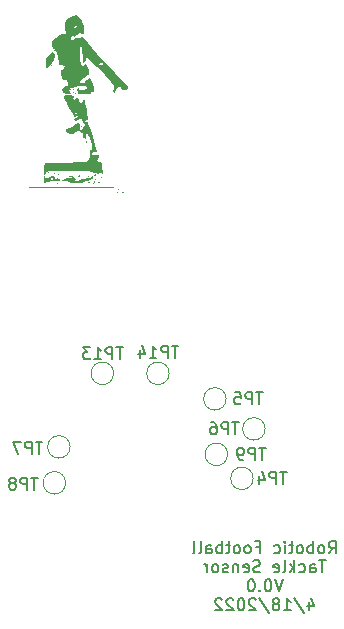
<source format=gbo>
%TF.GenerationSoftware,KiCad,Pcbnew,(6.0.1-0)*%
%TF.CreationDate,2022-04-18T21:10:33-05:00*%
%TF.ProjectId,tackle_sensor_hardware,7461636b-6c65-45f7-9365-6e736f725f68,rev?*%
%TF.SameCoordinates,Original*%
%TF.FileFunction,Legend,Bot*%
%TF.FilePolarity,Positive*%
%FSLAX46Y46*%
G04 Gerber Fmt 4.6, Leading zero omitted, Abs format (unit mm)*
G04 Created by KiCad (PCBNEW (6.0.1-0)) date 2022-04-18 21:10:33*
%MOMM*%
%LPD*%
G01*
G04 APERTURE LIST*
G04 Aperture macros list*
%AMRoundRect*
0 Rectangle with rounded corners*
0 $1 Rounding radius*
0 $2 $3 $4 $5 $6 $7 $8 $9 X,Y pos of 4 corners*
0 Add a 4 corners polygon primitive as box body*
4,1,4,$2,$3,$4,$5,$6,$7,$8,$9,$2,$3,0*
0 Add four circle primitives for the rounded corners*
1,1,$1+$1,$2,$3*
1,1,$1+$1,$4,$5*
1,1,$1+$1,$6,$7*
1,1,$1+$1,$8,$9*
0 Add four rect primitives between the rounded corners*
20,1,$1+$1,$2,$3,$4,$5,0*
20,1,$1+$1,$4,$5,$6,$7,0*
20,1,$1+$1,$6,$7,$8,$9,0*
20,1,$1+$1,$8,$9,$2,$3,0*%
G04 Aperture macros list end*
%ADD10C,0.150000*%
%ADD11C,0.120000*%
%ADD12RoundRect,0.250000X-0.725000X0.600000X-0.725000X-0.600000X0.725000X-0.600000X0.725000X0.600000X0*%
%ADD13O,1.950000X1.700000*%
%ADD14C,3.200000*%
%ADD15RoundRect,0.250000X0.750000X-0.600000X0.750000X0.600000X-0.750000X0.600000X-0.750000X-0.600000X0*%
%ADD16O,2.000000X1.700000*%
%ADD17R,1.000000X1.000000*%
%ADD18O,1.000000X1.000000*%
%ADD19C,1.500000*%
G04 APERTURE END LIST*
D10*
X168902971Y-120262180D02*
X169236304Y-119785990D01*
X169474400Y-120262180D02*
X169474400Y-119262180D01*
X169093447Y-119262180D01*
X168998209Y-119309800D01*
X168950590Y-119357419D01*
X168902971Y-119452657D01*
X168902971Y-119595514D01*
X168950590Y-119690752D01*
X168998209Y-119738371D01*
X169093447Y-119785990D01*
X169474400Y-119785990D01*
X168331542Y-120262180D02*
X168426780Y-120214561D01*
X168474400Y-120166942D01*
X168522019Y-120071704D01*
X168522019Y-119785990D01*
X168474400Y-119690752D01*
X168426780Y-119643133D01*
X168331542Y-119595514D01*
X168188685Y-119595514D01*
X168093447Y-119643133D01*
X168045828Y-119690752D01*
X167998209Y-119785990D01*
X167998209Y-120071704D01*
X168045828Y-120166942D01*
X168093447Y-120214561D01*
X168188685Y-120262180D01*
X168331542Y-120262180D01*
X167569638Y-120262180D02*
X167569638Y-119262180D01*
X167569638Y-119643133D02*
X167474400Y-119595514D01*
X167283923Y-119595514D01*
X167188685Y-119643133D01*
X167141066Y-119690752D01*
X167093447Y-119785990D01*
X167093447Y-120071704D01*
X167141066Y-120166942D01*
X167188685Y-120214561D01*
X167283923Y-120262180D01*
X167474400Y-120262180D01*
X167569638Y-120214561D01*
X166522019Y-120262180D02*
X166617257Y-120214561D01*
X166664876Y-120166942D01*
X166712495Y-120071704D01*
X166712495Y-119785990D01*
X166664876Y-119690752D01*
X166617257Y-119643133D01*
X166522019Y-119595514D01*
X166379161Y-119595514D01*
X166283923Y-119643133D01*
X166236304Y-119690752D01*
X166188685Y-119785990D01*
X166188685Y-120071704D01*
X166236304Y-120166942D01*
X166283923Y-120214561D01*
X166379161Y-120262180D01*
X166522019Y-120262180D01*
X165902971Y-119595514D02*
X165522019Y-119595514D01*
X165760114Y-119262180D02*
X165760114Y-120119323D01*
X165712495Y-120214561D01*
X165617257Y-120262180D01*
X165522019Y-120262180D01*
X165188685Y-120262180D02*
X165188685Y-119595514D01*
X165188685Y-119262180D02*
X165236304Y-119309800D01*
X165188685Y-119357419D01*
X165141066Y-119309800D01*
X165188685Y-119262180D01*
X165188685Y-119357419D01*
X164283923Y-120214561D02*
X164379161Y-120262180D01*
X164569638Y-120262180D01*
X164664876Y-120214561D01*
X164712495Y-120166942D01*
X164760114Y-120071704D01*
X164760114Y-119785990D01*
X164712495Y-119690752D01*
X164664876Y-119643133D01*
X164569638Y-119595514D01*
X164379161Y-119595514D01*
X164283923Y-119643133D01*
X162760114Y-119738371D02*
X163093447Y-119738371D01*
X163093447Y-120262180D02*
X163093447Y-119262180D01*
X162617257Y-119262180D01*
X162093447Y-120262180D02*
X162188685Y-120214561D01*
X162236304Y-120166942D01*
X162283923Y-120071704D01*
X162283923Y-119785990D01*
X162236304Y-119690752D01*
X162188685Y-119643133D01*
X162093447Y-119595514D01*
X161950590Y-119595514D01*
X161855352Y-119643133D01*
X161807733Y-119690752D01*
X161760114Y-119785990D01*
X161760114Y-120071704D01*
X161807733Y-120166942D01*
X161855352Y-120214561D01*
X161950590Y-120262180D01*
X162093447Y-120262180D01*
X161188685Y-120262180D02*
X161283923Y-120214561D01*
X161331542Y-120166942D01*
X161379161Y-120071704D01*
X161379161Y-119785990D01*
X161331542Y-119690752D01*
X161283923Y-119643133D01*
X161188685Y-119595514D01*
X161045828Y-119595514D01*
X160950590Y-119643133D01*
X160902971Y-119690752D01*
X160855352Y-119785990D01*
X160855352Y-120071704D01*
X160902971Y-120166942D01*
X160950590Y-120214561D01*
X161045828Y-120262180D01*
X161188685Y-120262180D01*
X160569638Y-119595514D02*
X160188685Y-119595514D01*
X160426780Y-119262180D02*
X160426780Y-120119323D01*
X160379161Y-120214561D01*
X160283923Y-120262180D01*
X160188685Y-120262180D01*
X159855352Y-120262180D02*
X159855352Y-119262180D01*
X159855352Y-119643133D02*
X159760114Y-119595514D01*
X159569638Y-119595514D01*
X159474400Y-119643133D01*
X159426780Y-119690752D01*
X159379161Y-119785990D01*
X159379161Y-120071704D01*
X159426780Y-120166942D01*
X159474400Y-120214561D01*
X159569638Y-120262180D01*
X159760114Y-120262180D01*
X159855352Y-120214561D01*
X158522019Y-120262180D02*
X158522019Y-119738371D01*
X158569638Y-119643133D01*
X158664876Y-119595514D01*
X158855352Y-119595514D01*
X158950590Y-119643133D01*
X158522019Y-120214561D02*
X158617257Y-120262180D01*
X158855352Y-120262180D01*
X158950590Y-120214561D01*
X158998209Y-120119323D01*
X158998209Y-120024085D01*
X158950590Y-119928847D01*
X158855352Y-119881228D01*
X158617257Y-119881228D01*
X158522019Y-119833609D01*
X157902971Y-120262180D02*
X157998209Y-120214561D01*
X158045828Y-120119323D01*
X158045828Y-119262180D01*
X157379161Y-120262180D02*
X157474400Y-120214561D01*
X157522019Y-120119323D01*
X157522019Y-119262180D01*
X168641066Y-120872180D02*
X168069638Y-120872180D01*
X168355352Y-121872180D02*
X168355352Y-120872180D01*
X167307733Y-121872180D02*
X167307733Y-121348371D01*
X167355352Y-121253133D01*
X167450590Y-121205514D01*
X167641066Y-121205514D01*
X167736304Y-121253133D01*
X167307733Y-121824561D02*
X167402971Y-121872180D01*
X167641066Y-121872180D01*
X167736304Y-121824561D01*
X167783923Y-121729323D01*
X167783923Y-121634085D01*
X167736304Y-121538847D01*
X167641066Y-121491228D01*
X167402971Y-121491228D01*
X167307733Y-121443609D01*
X166402971Y-121824561D02*
X166498209Y-121872180D01*
X166688685Y-121872180D01*
X166783923Y-121824561D01*
X166831542Y-121776942D01*
X166879161Y-121681704D01*
X166879161Y-121395990D01*
X166831542Y-121300752D01*
X166783923Y-121253133D01*
X166688685Y-121205514D01*
X166498209Y-121205514D01*
X166402971Y-121253133D01*
X165974400Y-121872180D02*
X165974400Y-120872180D01*
X165879161Y-121491228D02*
X165593447Y-121872180D01*
X165593447Y-121205514D02*
X165974400Y-121586466D01*
X165022019Y-121872180D02*
X165117257Y-121824561D01*
X165164876Y-121729323D01*
X165164876Y-120872180D01*
X164260114Y-121824561D02*
X164355352Y-121872180D01*
X164545828Y-121872180D01*
X164641066Y-121824561D01*
X164688685Y-121729323D01*
X164688685Y-121348371D01*
X164641066Y-121253133D01*
X164545828Y-121205514D01*
X164355352Y-121205514D01*
X164260114Y-121253133D01*
X164212495Y-121348371D01*
X164212495Y-121443609D01*
X164688685Y-121538847D01*
X163069638Y-121824561D02*
X162926780Y-121872180D01*
X162688685Y-121872180D01*
X162593447Y-121824561D01*
X162545828Y-121776942D01*
X162498209Y-121681704D01*
X162498209Y-121586466D01*
X162545828Y-121491228D01*
X162593447Y-121443609D01*
X162688685Y-121395990D01*
X162879161Y-121348371D01*
X162974400Y-121300752D01*
X163022019Y-121253133D01*
X163069638Y-121157895D01*
X163069638Y-121062657D01*
X163022019Y-120967419D01*
X162974400Y-120919800D01*
X162879161Y-120872180D01*
X162641066Y-120872180D01*
X162498209Y-120919800D01*
X161688685Y-121824561D02*
X161783923Y-121872180D01*
X161974400Y-121872180D01*
X162069638Y-121824561D01*
X162117257Y-121729323D01*
X162117257Y-121348371D01*
X162069638Y-121253133D01*
X161974400Y-121205514D01*
X161783923Y-121205514D01*
X161688685Y-121253133D01*
X161641066Y-121348371D01*
X161641066Y-121443609D01*
X162117257Y-121538847D01*
X161212495Y-121205514D02*
X161212495Y-121872180D01*
X161212495Y-121300752D02*
X161164876Y-121253133D01*
X161069638Y-121205514D01*
X160926780Y-121205514D01*
X160831542Y-121253133D01*
X160783923Y-121348371D01*
X160783923Y-121872180D01*
X160355352Y-121824561D02*
X160260114Y-121872180D01*
X160069638Y-121872180D01*
X159974400Y-121824561D01*
X159926780Y-121729323D01*
X159926780Y-121681704D01*
X159974400Y-121586466D01*
X160069638Y-121538847D01*
X160212495Y-121538847D01*
X160307733Y-121491228D01*
X160355352Y-121395990D01*
X160355352Y-121348371D01*
X160307733Y-121253133D01*
X160212495Y-121205514D01*
X160069638Y-121205514D01*
X159974400Y-121253133D01*
X159355352Y-121872180D02*
X159450590Y-121824561D01*
X159498209Y-121776942D01*
X159545828Y-121681704D01*
X159545828Y-121395990D01*
X159498209Y-121300752D01*
X159450590Y-121253133D01*
X159355352Y-121205514D01*
X159212495Y-121205514D01*
X159117257Y-121253133D01*
X159069638Y-121300752D01*
X159022019Y-121395990D01*
X159022019Y-121681704D01*
X159069638Y-121776942D01*
X159117257Y-121824561D01*
X159212495Y-121872180D01*
X159355352Y-121872180D01*
X158593447Y-121872180D02*
X158593447Y-121205514D01*
X158593447Y-121395990D02*
X158545828Y-121300752D01*
X158498209Y-121253133D01*
X158402971Y-121205514D01*
X158307733Y-121205514D01*
X164998209Y-122482180D02*
X164664876Y-123482180D01*
X164331542Y-122482180D01*
X163807733Y-122482180D02*
X163712495Y-122482180D01*
X163617257Y-122529800D01*
X163569638Y-122577419D01*
X163522019Y-122672657D01*
X163474400Y-122863133D01*
X163474400Y-123101228D01*
X163522019Y-123291704D01*
X163569638Y-123386942D01*
X163617257Y-123434561D01*
X163712495Y-123482180D01*
X163807733Y-123482180D01*
X163902971Y-123434561D01*
X163950590Y-123386942D01*
X163998209Y-123291704D01*
X164045828Y-123101228D01*
X164045828Y-122863133D01*
X163998209Y-122672657D01*
X163950590Y-122577419D01*
X163902971Y-122529800D01*
X163807733Y-122482180D01*
X163045828Y-123386942D02*
X162998209Y-123434561D01*
X163045828Y-123482180D01*
X163093447Y-123434561D01*
X163045828Y-123386942D01*
X163045828Y-123482180D01*
X162379161Y-122482180D02*
X162283923Y-122482180D01*
X162188685Y-122529800D01*
X162141066Y-122577419D01*
X162093447Y-122672657D01*
X162045828Y-122863133D01*
X162045828Y-123101228D01*
X162093447Y-123291704D01*
X162141066Y-123386942D01*
X162188685Y-123434561D01*
X162283923Y-123482180D01*
X162379161Y-123482180D01*
X162474400Y-123434561D01*
X162522019Y-123386942D01*
X162569638Y-123291704D01*
X162617257Y-123101228D01*
X162617257Y-122863133D01*
X162569638Y-122672657D01*
X162522019Y-122577419D01*
X162474400Y-122529800D01*
X162379161Y-122482180D01*
X167188685Y-124425514D02*
X167188685Y-125092180D01*
X167426780Y-124044561D02*
X167664876Y-124758847D01*
X167045828Y-124758847D01*
X165950590Y-124044561D02*
X166807733Y-125330276D01*
X165093447Y-125092180D02*
X165664876Y-125092180D01*
X165379161Y-125092180D02*
X165379161Y-124092180D01*
X165474400Y-124235038D01*
X165569638Y-124330276D01*
X165664876Y-124377895D01*
X164522019Y-124520752D02*
X164617257Y-124473133D01*
X164664876Y-124425514D01*
X164712495Y-124330276D01*
X164712495Y-124282657D01*
X164664876Y-124187419D01*
X164617257Y-124139800D01*
X164522019Y-124092180D01*
X164331542Y-124092180D01*
X164236304Y-124139800D01*
X164188685Y-124187419D01*
X164141066Y-124282657D01*
X164141066Y-124330276D01*
X164188685Y-124425514D01*
X164236304Y-124473133D01*
X164331542Y-124520752D01*
X164522019Y-124520752D01*
X164617257Y-124568371D01*
X164664876Y-124615990D01*
X164712495Y-124711228D01*
X164712495Y-124901704D01*
X164664876Y-124996942D01*
X164617257Y-125044561D01*
X164522019Y-125092180D01*
X164331542Y-125092180D01*
X164236304Y-125044561D01*
X164188685Y-124996942D01*
X164141066Y-124901704D01*
X164141066Y-124711228D01*
X164188685Y-124615990D01*
X164236304Y-124568371D01*
X164331542Y-124520752D01*
X162998209Y-124044561D02*
X163855352Y-125330276D01*
X162712495Y-124187419D02*
X162664876Y-124139800D01*
X162569638Y-124092180D01*
X162331542Y-124092180D01*
X162236304Y-124139800D01*
X162188685Y-124187419D01*
X162141066Y-124282657D01*
X162141066Y-124377895D01*
X162188685Y-124520752D01*
X162760114Y-125092180D01*
X162141066Y-125092180D01*
X161522019Y-124092180D02*
X161426780Y-124092180D01*
X161331542Y-124139800D01*
X161283923Y-124187419D01*
X161236304Y-124282657D01*
X161188685Y-124473133D01*
X161188685Y-124711228D01*
X161236304Y-124901704D01*
X161283923Y-124996942D01*
X161331542Y-125044561D01*
X161426780Y-125092180D01*
X161522019Y-125092180D01*
X161617257Y-125044561D01*
X161664876Y-124996942D01*
X161712495Y-124901704D01*
X161760114Y-124711228D01*
X161760114Y-124473133D01*
X161712495Y-124282657D01*
X161664876Y-124187419D01*
X161617257Y-124139800D01*
X161522019Y-124092180D01*
X160807733Y-124187419D02*
X160760114Y-124139800D01*
X160664876Y-124092180D01*
X160426780Y-124092180D01*
X160331542Y-124139800D01*
X160283923Y-124187419D01*
X160236304Y-124282657D01*
X160236304Y-124377895D01*
X160283923Y-124520752D01*
X160855352Y-125092180D01*
X160236304Y-125092180D01*
X159855352Y-124187419D02*
X159807733Y-124139800D01*
X159712495Y-124092180D01*
X159474400Y-124092180D01*
X159379161Y-124139800D01*
X159331542Y-124187419D01*
X159283923Y-124282657D01*
X159283923Y-124377895D01*
X159331542Y-124520752D01*
X159902971Y-125092180D01*
X159283923Y-125092180D01*
%TO.C,TP7*%
X144644904Y-110831380D02*
X144073476Y-110831380D01*
X144359190Y-111831380D02*
X144359190Y-110831380D01*
X143740142Y-111831380D02*
X143740142Y-110831380D01*
X143359190Y-110831380D01*
X143263952Y-110879000D01*
X143216333Y-110926619D01*
X143168714Y-111021857D01*
X143168714Y-111164714D01*
X143216333Y-111259952D01*
X143263952Y-111307571D01*
X143359190Y-111355190D01*
X143740142Y-111355190D01*
X142835380Y-110831380D02*
X142168714Y-110831380D01*
X142597285Y-111831380D01*
%TO.C,TP5*%
X163313904Y-106640380D02*
X162742476Y-106640380D01*
X163028190Y-107640380D02*
X163028190Y-106640380D01*
X162409142Y-107640380D02*
X162409142Y-106640380D01*
X162028190Y-106640380D01*
X161932952Y-106688000D01*
X161885333Y-106735619D01*
X161837714Y-106830857D01*
X161837714Y-106973714D01*
X161885333Y-107068952D01*
X161932952Y-107116571D01*
X162028190Y-107164190D01*
X162409142Y-107164190D01*
X160932952Y-106640380D02*
X161409142Y-106640380D01*
X161456761Y-107116571D01*
X161409142Y-107068952D01*
X161313904Y-107021333D01*
X161075809Y-107021333D01*
X160980571Y-107068952D01*
X160932952Y-107116571D01*
X160885333Y-107211809D01*
X160885333Y-107449904D01*
X160932952Y-107545142D01*
X160980571Y-107592761D01*
X161075809Y-107640380D01*
X161313904Y-107640380D01*
X161409142Y-107592761D01*
X161456761Y-107545142D01*
%TO.C,TP13*%
X151471095Y-102833380D02*
X150899666Y-102833380D01*
X151185380Y-103833380D02*
X151185380Y-102833380D01*
X150566333Y-103833380D02*
X150566333Y-102833380D01*
X150185380Y-102833380D01*
X150090142Y-102881000D01*
X150042523Y-102928619D01*
X149994904Y-103023857D01*
X149994904Y-103166714D01*
X150042523Y-103261952D01*
X150090142Y-103309571D01*
X150185380Y-103357190D01*
X150566333Y-103357190D01*
X149042523Y-103833380D02*
X149613952Y-103833380D01*
X149328238Y-103833380D02*
X149328238Y-102833380D01*
X149423476Y-102976238D01*
X149518714Y-103071476D01*
X149613952Y-103119095D01*
X148709190Y-102833380D02*
X148090142Y-102833380D01*
X148423476Y-103214333D01*
X148280619Y-103214333D01*
X148185380Y-103261952D01*
X148137761Y-103309571D01*
X148090142Y-103404809D01*
X148090142Y-103642904D01*
X148137761Y-103738142D01*
X148185380Y-103785761D01*
X148280619Y-103833380D01*
X148566333Y-103833380D01*
X148661571Y-103785761D01*
X148709190Y-103738142D01*
%TO.C,TP8*%
X144263904Y-113879380D02*
X143692476Y-113879380D01*
X143978190Y-114879380D02*
X143978190Y-113879380D01*
X143359142Y-114879380D02*
X143359142Y-113879380D01*
X142978190Y-113879380D01*
X142882952Y-113927000D01*
X142835333Y-113974619D01*
X142787714Y-114069857D01*
X142787714Y-114212714D01*
X142835333Y-114307952D01*
X142882952Y-114355571D01*
X142978190Y-114403190D01*
X143359142Y-114403190D01*
X142216285Y-114307952D02*
X142311523Y-114260333D01*
X142359142Y-114212714D01*
X142406761Y-114117476D01*
X142406761Y-114069857D01*
X142359142Y-113974619D01*
X142311523Y-113927000D01*
X142216285Y-113879380D01*
X142025809Y-113879380D01*
X141930571Y-113927000D01*
X141882952Y-113974619D01*
X141835333Y-114069857D01*
X141835333Y-114117476D01*
X141882952Y-114212714D01*
X141930571Y-114260333D01*
X142025809Y-114307952D01*
X142216285Y-114307952D01*
X142311523Y-114355571D01*
X142359142Y-114403190D01*
X142406761Y-114498428D01*
X142406761Y-114688904D01*
X142359142Y-114784142D01*
X142311523Y-114831761D01*
X142216285Y-114879380D01*
X142025809Y-114879380D01*
X141930571Y-114831761D01*
X141882952Y-114784142D01*
X141835333Y-114688904D01*
X141835333Y-114498428D01*
X141882952Y-114403190D01*
X141930571Y-114355571D01*
X142025809Y-114307952D01*
%TO.C,TP6*%
X161281904Y-109180380D02*
X160710476Y-109180380D01*
X160996190Y-110180380D02*
X160996190Y-109180380D01*
X160377142Y-110180380D02*
X160377142Y-109180380D01*
X159996190Y-109180380D01*
X159900952Y-109228000D01*
X159853333Y-109275619D01*
X159805714Y-109370857D01*
X159805714Y-109513714D01*
X159853333Y-109608952D01*
X159900952Y-109656571D01*
X159996190Y-109704190D01*
X160377142Y-109704190D01*
X158948571Y-109180380D02*
X159139047Y-109180380D01*
X159234285Y-109228000D01*
X159281904Y-109275619D01*
X159377142Y-109418476D01*
X159424761Y-109608952D01*
X159424761Y-109989904D01*
X159377142Y-110085142D01*
X159329523Y-110132761D01*
X159234285Y-110180380D01*
X159043809Y-110180380D01*
X158948571Y-110132761D01*
X158900952Y-110085142D01*
X158853333Y-109989904D01*
X158853333Y-109751809D01*
X158900952Y-109656571D01*
X158948571Y-109608952D01*
X159043809Y-109561333D01*
X159234285Y-109561333D01*
X159329523Y-109608952D01*
X159377142Y-109656571D01*
X159424761Y-109751809D01*
%TO.C,TP14*%
X156170095Y-102703380D02*
X155598666Y-102703380D01*
X155884380Y-103703380D02*
X155884380Y-102703380D01*
X155265333Y-103703380D02*
X155265333Y-102703380D01*
X154884380Y-102703380D01*
X154789142Y-102751000D01*
X154741523Y-102798619D01*
X154693904Y-102893857D01*
X154693904Y-103036714D01*
X154741523Y-103131952D01*
X154789142Y-103179571D01*
X154884380Y-103227190D01*
X155265333Y-103227190D01*
X153741523Y-103703380D02*
X154312952Y-103703380D01*
X154027238Y-103703380D02*
X154027238Y-102703380D01*
X154122476Y-102846238D01*
X154217714Y-102941476D01*
X154312952Y-102989095D01*
X152884380Y-103036714D02*
X152884380Y-103703380D01*
X153122476Y-102655761D02*
X153360571Y-103370047D01*
X152741523Y-103370047D01*
%TO.C,TP4*%
X165345904Y-113371380D02*
X164774476Y-113371380D01*
X165060190Y-114371380D02*
X165060190Y-113371380D01*
X164441142Y-114371380D02*
X164441142Y-113371380D01*
X164060190Y-113371380D01*
X163964952Y-113419000D01*
X163917333Y-113466619D01*
X163869714Y-113561857D01*
X163869714Y-113704714D01*
X163917333Y-113799952D01*
X163964952Y-113847571D01*
X164060190Y-113895190D01*
X164441142Y-113895190D01*
X163012571Y-113704714D02*
X163012571Y-114371380D01*
X163250666Y-113323761D02*
X163488761Y-114038047D01*
X162869714Y-114038047D01*
%TO.C,TP9*%
X163567904Y-111339380D02*
X162996476Y-111339380D01*
X163282190Y-112339380D02*
X163282190Y-111339380D01*
X162663142Y-112339380D02*
X162663142Y-111339380D01*
X162282190Y-111339380D01*
X162186952Y-111387000D01*
X162139333Y-111434619D01*
X162091714Y-111529857D01*
X162091714Y-111672714D01*
X162139333Y-111767952D01*
X162186952Y-111815571D01*
X162282190Y-111863190D01*
X162663142Y-111863190D01*
X161615523Y-112339380D02*
X161425047Y-112339380D01*
X161329809Y-112291761D01*
X161282190Y-112244142D01*
X161186952Y-112101285D01*
X161139333Y-111910809D01*
X161139333Y-111529857D01*
X161186952Y-111434619D01*
X161234571Y-111387000D01*
X161329809Y-111339380D01*
X161520285Y-111339380D01*
X161615523Y-111387000D01*
X161663142Y-111434619D01*
X161710761Y-111529857D01*
X161710761Y-111767952D01*
X161663142Y-111863190D01*
X161615523Y-111910809D01*
X161520285Y-111958428D01*
X161329809Y-111958428D01*
X161234571Y-111910809D01*
X161186952Y-111863190D01*
X161139333Y-111767952D01*
%TO.C,G\u002A\u002A\u002A*%
G36*
X151552240Y-89659693D02*
G01*
X151558337Y-89694267D01*
X151473424Y-89731630D01*
X151442139Y-89731126D01*
X151355026Y-89705967D01*
X151428965Y-89636468D01*
X151454068Y-89625350D01*
X151552240Y-89659693D01*
G37*
G36*
X151096148Y-89717519D02*
G01*
X151053815Y-89759852D01*
X151011482Y-89717519D01*
X151053815Y-89675185D01*
X151096148Y-89717519D01*
G37*
G36*
X151058708Y-89340328D02*
G01*
X151138482Y-89421185D01*
X151154252Y-89451162D01*
X151148475Y-89505852D01*
X151133589Y-89502042D01*
X151053815Y-89421185D01*
X151038045Y-89391209D01*
X151043822Y-89336519D01*
X151058708Y-89340328D01*
G37*
G36*
X147759126Y-89252746D02*
G01*
X148498945Y-89256173D01*
X149169361Y-89261907D01*
X149753721Y-89269665D01*
X150235368Y-89279169D01*
X150597649Y-89290138D01*
X150823907Y-89302293D01*
X150897489Y-89315352D01*
X150844781Y-89325294D01*
X150638890Y-89337785D01*
X150293788Y-89349139D01*
X149826684Y-89359072D01*
X149254789Y-89367296D01*
X148595313Y-89373525D01*
X147865468Y-89377472D01*
X147082463Y-89378852D01*
X146485044Y-89378052D01*
X145743670Y-89374705D01*
X145069786Y-89369011D01*
X144480364Y-89361258D01*
X143992380Y-89351730D01*
X143622806Y-89340712D01*
X143388617Y-89328491D01*
X143306786Y-89315352D01*
X143359453Y-89304837D01*
X143564523Y-89292466D01*
X143908541Y-89281228D01*
X144374620Y-89271402D01*
X144945873Y-89263270D01*
X145605414Y-89257114D01*
X146336355Y-89253214D01*
X147121812Y-89251852D01*
X147759126Y-89252746D01*
G37*
G36*
X149074410Y-88735769D02*
G01*
X149109050Y-88778287D01*
X149111041Y-88905808D01*
X149087890Y-88935464D01*
X148964118Y-88997852D01*
X148920914Y-88981199D01*
X148968380Y-88884228D01*
X149011025Y-88817685D01*
X149021786Y-88714189D01*
X149013823Y-88696619D01*
X149074410Y-88735769D01*
G37*
G36*
X148740895Y-88894731D02*
G01*
X148743133Y-88897012D01*
X148738959Y-88943319D01*
X148583735Y-88928044D01*
X148514061Y-88912629D01*
X148429235Y-88876937D01*
X148501642Y-88845951D01*
X148596453Y-88840768D01*
X148740895Y-88894731D01*
G37*
G36*
X147956051Y-88932074D02*
G01*
X147944928Y-88933864D01*
X147692448Y-88949606D01*
X147393744Y-88935976D01*
X147102698Y-88899593D01*
X146873195Y-88847076D01*
X146761214Y-88786185D01*
X147032148Y-88786185D01*
X147074482Y-88828519D01*
X147116815Y-88786185D01*
X147074482Y-88743852D01*
X147032148Y-88786185D01*
X146761214Y-88786185D01*
X146759117Y-88785045D01*
X146666909Y-88727018D01*
X146471367Y-88725127D01*
X146461127Y-88727047D01*
X146311575Y-88734104D01*
X146305749Y-88670080D01*
X146338166Y-88633657D01*
X146445332Y-88620468D01*
X146473122Y-88631855D01*
X146524148Y-88579515D01*
X146536845Y-88555646D01*
X146664137Y-88505373D01*
X146883982Y-88481412D01*
X146930474Y-88480222D01*
X147110659Y-88469623D01*
X147139443Y-88447239D01*
X147032148Y-88405185D01*
X146895367Y-88358494D01*
X146899503Y-88337661D01*
X147065148Y-88328958D01*
X147253571Y-88354435D01*
X147411075Y-88450785D01*
X147464403Y-88583841D01*
X147383087Y-88716466D01*
X147323930Y-88773640D01*
X147382428Y-88779200D01*
X147582482Y-88731400D01*
X147654548Y-88711595D01*
X147873139Y-88644092D01*
X147999649Y-88593522D01*
X148020248Y-88584205D01*
X148181337Y-88548032D01*
X148416208Y-88520793D01*
X148482361Y-88513974D01*
X148699625Y-88463030D01*
X148819938Y-88389345D01*
X148857773Y-88346687D01*
X148946137Y-88343618D01*
X148956954Y-88358137D01*
X148939102Y-88467514D01*
X148828921Y-88594306D01*
X148677722Y-88692045D01*
X148536822Y-88714266D01*
X148442740Y-88709636D01*
X148272062Y-88786033D01*
X148271840Y-88786185D01*
X148163638Y-88860121D01*
X147956051Y-88932074D01*
G37*
G36*
X146016148Y-88955519D02*
G01*
X145973815Y-88997852D01*
X145931482Y-88955519D01*
X145973815Y-88913185D01*
X146016148Y-88955519D01*
G37*
G36*
X148019576Y-82393865D02*
G01*
X148019910Y-82299469D01*
X148026424Y-82126316D01*
X148100187Y-81929231D01*
X148122359Y-81898828D01*
X148167162Y-81847587D01*
X148203262Y-81849610D01*
X148238539Y-81927549D01*
X148280876Y-82104058D01*
X148338155Y-82401788D01*
X148396228Y-82721948D01*
X148418256Y-82843392D01*
X148457176Y-83063418D01*
X148493350Y-83313085D01*
X148493551Y-83460186D01*
X148455668Y-83544197D01*
X148377595Y-83604592D01*
X148374225Y-83606705D01*
X148238437Y-83719960D01*
X148243079Y-83783541D01*
X148386815Y-83773051D01*
X148395560Y-83770828D01*
X148522425Y-83778325D01*
X148556148Y-83914025D01*
X148576689Y-84038127D01*
X148675566Y-84218698D01*
X148688414Y-84234193D01*
X148766691Y-84397936D01*
X148855531Y-84668426D01*
X148938095Y-84995817D01*
X148944739Y-85026142D01*
X149031095Y-85392572D01*
X149120939Y-85733475D01*
X149195848Y-85978607D01*
X149210567Y-86020642D01*
X149265800Y-86202100D01*
X149255306Y-86267487D01*
X149176587Y-86252313D01*
X149037663Y-86250416D01*
X148880919Y-86335317D01*
X148810148Y-86467700D01*
X148812375Y-86476561D01*
X148907410Y-86510326D01*
X149099265Y-86504465D01*
X149278976Y-86508117D01*
X149431969Y-86583474D01*
X149469464Y-86707378D01*
X149365090Y-86845952D01*
X149246625Y-86980466D01*
X149272150Y-87090844D01*
X149443535Y-87135185D01*
X149602197Y-87171418D01*
X149694910Y-87325685D01*
X149709366Y-87399618D01*
X149739743Y-87633641D01*
X149752070Y-87859671D01*
X149746835Y-88037562D01*
X149724527Y-88127174D01*
X149685634Y-88088362D01*
X149624901Y-88028101D01*
X149479396Y-88070846D01*
X149341161Y-88112757D01*
X149265501Y-88027836D01*
X149231271Y-87964839D01*
X149134760Y-87897185D01*
X149108017Y-87903608D01*
X149106482Y-87981852D01*
X149113263Y-88026694D01*
X149021815Y-88066519D01*
X148957254Y-88053581D01*
X148937148Y-87981852D01*
X148937928Y-87980288D01*
X148866235Y-87950705D01*
X148628404Y-87927478D01*
X148227375Y-87910732D01*
X147666087Y-87900593D01*
X146947482Y-87897185D01*
X146909769Y-87897193D01*
X146198582Y-87900924D01*
X145644853Y-87911380D01*
X145251522Y-87928437D01*
X145021529Y-87951969D01*
X144957815Y-87981852D01*
X144971045Y-88014649D01*
X144920479Y-88066519D01*
X144861495Y-88119098D01*
X144830815Y-88278185D01*
X144833364Y-88335963D01*
X144888706Y-88462205D01*
X145031698Y-88470131D01*
X145282603Y-88363570D01*
X145402897Y-88306108D01*
X145534985Y-88285274D01*
X145642436Y-88358044D01*
X145707082Y-88439848D01*
X145719834Y-88472919D01*
X145764841Y-88589638D01*
X145790211Y-88637882D01*
X145880695Y-88552413D01*
X145918762Y-88504438D01*
X146005756Y-88450077D01*
X146101734Y-88533292D01*
X146143091Y-88588609D01*
X146166446Y-88677842D01*
X146082909Y-88733138D01*
X145871734Y-88763041D01*
X145512175Y-88776094D01*
X145490297Y-88776494D01*
X145148644Y-88795240D01*
X144945838Y-88838860D01*
X144853874Y-88913185D01*
X144826401Y-88930699D01*
X144795407Y-88836701D01*
X144781852Y-88712226D01*
X145363633Y-88712226D01*
X145370403Y-88716417D01*
X145450809Y-88678488D01*
X145546524Y-88574790D01*
X145592815Y-88472919D01*
X145558784Y-88407300D01*
X145469924Y-88431977D01*
X145388214Y-88544303D01*
X145364779Y-88620455D01*
X145363633Y-88712226D01*
X144781852Y-88712226D01*
X144773992Y-88640046D01*
X144763451Y-88379434D01*
X144765077Y-88093565D01*
X144780164Y-87821138D01*
X144810006Y-87600852D01*
X144880331Y-87262185D01*
X146485406Y-87209723D01*
X146995170Y-87192878D01*
X147470183Y-87176827D01*
X147869226Y-87162982D01*
X148161207Y-87152421D01*
X148315033Y-87146223D01*
X148438188Y-87114326D01*
X148460813Y-87091150D01*
X149082238Y-87091150D01*
X149092371Y-87191630D01*
X149117837Y-87204875D01*
X149148815Y-87135185D01*
X149142705Y-87090363D01*
X149092371Y-87078741D01*
X149082238Y-87091150D01*
X148460813Y-87091150D01*
X148597673Y-86950956D01*
X148677442Y-86676090D01*
X148664903Y-86319487D01*
X148650727Y-86218785D01*
X148653530Y-86076035D01*
X148712866Y-86069055D01*
X148772300Y-86081810D01*
X148862188Y-85997422D01*
X148866167Y-85984047D01*
X148864362Y-85830762D01*
X148822883Y-85601998D01*
X148755835Y-85346150D01*
X148677323Y-85111613D01*
X148601455Y-84946783D01*
X148542335Y-84900056D01*
X148513440Y-84904185D01*
X148520557Y-84819813D01*
X148532036Y-84756500D01*
X148477254Y-84641086D01*
X148456543Y-84634301D01*
X148402792Y-84714603D01*
X148380864Y-84950022D01*
X148371988Y-85145451D01*
X148347640Y-85215626D01*
X148302148Y-85145519D01*
X148253602Y-85056897D01*
X148220858Y-85060852D01*
X148200561Y-85084450D01*
X148132780Y-85009408D01*
X148094202Y-84900835D01*
X148088596Y-84689646D01*
X148092910Y-84582518D01*
X148042342Y-84556441D01*
X148014375Y-84584391D01*
X148011781Y-84706869D01*
X148016367Y-84716575D01*
X147994508Y-84713271D01*
X147896309Y-84602225D01*
X147729775Y-84397599D01*
X147496544Y-84581059D01*
X147494876Y-84582369D01*
X147270134Y-84727213D01*
X147073223Y-84751810D01*
X146824466Y-84666262D01*
X146732263Y-84618011D01*
X146622139Y-84498839D01*
X146681012Y-84381384D01*
X146908643Y-84266783D01*
X146940614Y-84254531D01*
X147164084Y-84132932D01*
X147310009Y-83995775D01*
X147418276Y-83894281D01*
X147646795Y-83833185D01*
X147746194Y-83837256D01*
X147844414Y-83886078D01*
X147837252Y-84023685D01*
X147822512Y-84144497D01*
X147857293Y-84317290D01*
X147946123Y-84403457D01*
X148061556Y-84361644D01*
X148108836Y-84303312D01*
X148101368Y-84256519D01*
X148091780Y-84223965D01*
X148173116Y-84119455D01*
X148221575Y-84068387D01*
X148265195Y-83963149D01*
X148179164Y-83837622D01*
X148100470Y-83730651D01*
X148048148Y-83593685D01*
X147986818Y-83508711D01*
X147828627Y-83510268D01*
X147621083Y-83600352D01*
X147589846Y-83619105D01*
X147459236Y-83660576D01*
X147370567Y-83579185D01*
X147361803Y-83564530D01*
X147353638Y-83466212D01*
X147491542Y-83409852D01*
X147692265Y-83367519D01*
X147523397Y-82917051D01*
X147446826Y-82725621D01*
X147367450Y-82559422D01*
X147716766Y-82559422D01*
X147783642Y-82670430D01*
X147794793Y-82681369D01*
X147856816Y-82721948D01*
X147831038Y-82623034D01*
X147788815Y-82544020D01*
X147725833Y-82518611D01*
X147716766Y-82559422D01*
X147367450Y-82559422D01*
X147364906Y-82554095D01*
X147319227Y-82501884D01*
X147314740Y-82515354D01*
X147338801Y-82641125D01*
X147412037Y-82843799D01*
X147454743Y-82949062D01*
X147527437Y-83176253D01*
X147517954Y-83292511D01*
X147427151Y-83325185D01*
X147354452Y-83269571D01*
X147223555Y-83093735D01*
X147060655Y-82833813D01*
X146886014Y-82527039D01*
X146719892Y-82210643D01*
X146706358Y-82182185D01*
X147201482Y-82182185D01*
X147243815Y-82224519D01*
X147286148Y-82182185D01*
X147243815Y-82139852D01*
X147201482Y-82182185D01*
X146706358Y-82182185D01*
X146585562Y-81928185D01*
X146778148Y-81928185D01*
X146820482Y-81970519D01*
X146862815Y-81928185D01*
X146820482Y-81885852D01*
X146778148Y-81928185D01*
X146585562Y-81928185D01*
X146582553Y-81921858D01*
X146548854Y-81836388D01*
X146993926Y-81836388D01*
X146999843Y-81923788D01*
X147001795Y-81928185D01*
X147027172Y-81985333D01*
X147089607Y-82052443D01*
X147116815Y-81975515D01*
X147113806Y-81952519D01*
X147033118Y-81844118D01*
X146993926Y-81836388D01*
X146548854Y-81836388D01*
X146494258Y-81697916D01*
X146475268Y-81576050D01*
X146486959Y-81555923D01*
X146638071Y-81486410D01*
X146937333Y-81462519D01*
X147117196Y-81468216D01*
X147295859Y-81510962D01*
X147335645Y-81610801D01*
X147254123Y-81785651D01*
X147218569Y-81857748D01*
X147229707Y-81945215D01*
X147323145Y-81936076D01*
X147334282Y-81926483D01*
X147558238Y-81926483D01*
X147563183Y-81975515D01*
X147568371Y-82026963D01*
X147593837Y-82040209D01*
X147624815Y-81970519D01*
X147618705Y-81925696D01*
X147568371Y-81914074D01*
X147558238Y-81926483D01*
X147334282Y-81926483D01*
X147455175Y-81822352D01*
X147585343Y-81683857D01*
X147678025Y-81631311D01*
X147692532Y-81695352D01*
X147698243Y-81740983D01*
X147757654Y-81908489D01*
X147785638Y-81970519D01*
X147862030Y-82139852D01*
X147868018Y-82152063D01*
X147883985Y-82182185D01*
X147971531Y-82347344D01*
X148019576Y-82393865D01*
G37*
G36*
X149453733Y-88747748D02*
G01*
X149529815Y-88828519D01*
X149543045Y-88861315D01*
X149492479Y-88913185D01*
X149467903Y-88909932D01*
X149402815Y-88828519D01*
X149403786Y-88809358D01*
X149440152Y-88743852D01*
X149453733Y-88747748D01*
G37*
G36*
X149233482Y-88616852D02*
G01*
X149191148Y-88659185D01*
X149148815Y-88616852D01*
X149191148Y-88574519D01*
X149233482Y-88616852D01*
G37*
G36*
X149741482Y-88447519D02*
G01*
X149699148Y-88489852D01*
X149656815Y-88447519D01*
X149699148Y-88405185D01*
X149741482Y-88447519D01*
G37*
G36*
X148640815Y-88362852D02*
G01*
X148598482Y-88405185D01*
X148556148Y-88362852D01*
X148598482Y-88320519D01*
X148640815Y-88362852D01*
G37*
G36*
X147814386Y-88238312D02*
G01*
X147878815Y-88320519D01*
X147876355Y-88340756D01*
X147794148Y-88405185D01*
X147773911Y-88402725D01*
X147709482Y-88320519D01*
X147711942Y-88300281D01*
X147794148Y-88235852D01*
X147814386Y-88238312D01*
G37*
G36*
X149169053Y-88153645D02*
G01*
X149233482Y-88235852D01*
X149231022Y-88256089D01*
X149148815Y-88320519D01*
X149128578Y-88318058D01*
X149064148Y-88235852D01*
X149066609Y-88215614D01*
X149148815Y-88151185D01*
X149169053Y-88153645D01*
G37*
G36*
X146100815Y-88193519D02*
G01*
X146058482Y-88235852D01*
X146016148Y-88193519D01*
X146058482Y-88151185D01*
X146100815Y-88193519D01*
G37*
G36*
X145803882Y-88067488D02*
G01*
X145787295Y-88089693D01*
X145672485Y-88151185D01*
X145625003Y-88146715D01*
X145605039Y-88102536D01*
X145724213Y-88034213D01*
X145790255Y-88019376D01*
X145803882Y-88067488D01*
G37*
G36*
X145254148Y-88024185D02*
G01*
X145211815Y-88066519D01*
X145169482Y-88024185D01*
X145211815Y-87981852D01*
X145254148Y-88024185D01*
G37*
G36*
X148406394Y-85360439D02*
G01*
X148471482Y-85441852D01*
X148470511Y-85461013D01*
X148434145Y-85526519D01*
X148420564Y-85522622D01*
X148344482Y-85441852D01*
X148331252Y-85409055D01*
X148381818Y-85357185D01*
X148406394Y-85360439D01*
G37*
G36*
X148640815Y-85187852D02*
G01*
X148634705Y-85232674D01*
X148584371Y-85244296D01*
X148574238Y-85231887D01*
X148584371Y-85131407D01*
X148609837Y-85118162D01*
X148640815Y-85187852D01*
G37*
G36*
X148000372Y-84112003D02*
G01*
X147958148Y-84191017D01*
X147895167Y-84216426D01*
X147886099Y-84175615D01*
X147952976Y-84064607D01*
X147964127Y-84053668D01*
X148026149Y-84013089D01*
X148000372Y-84112003D01*
G37*
G36*
X147370815Y-81843519D02*
G01*
X147328482Y-81885852D01*
X147286148Y-81843519D01*
X147328482Y-81801185D01*
X147370815Y-81843519D01*
G37*
G36*
X148890234Y-77512154D02*
G01*
X149307074Y-77991135D01*
X149780259Y-78510266D01*
X150075500Y-78821236D01*
X150288861Y-79045963D01*
X150811950Y-79574640D01*
X150813986Y-79576652D01*
X151169867Y-79934650D01*
X151479627Y-80258032D01*
X151724330Y-80526061D01*
X151885038Y-80717999D01*
X151942815Y-80813107D01*
X151936065Y-80869943D01*
X151835719Y-81003880D01*
X151659770Y-81053313D01*
X151465822Y-81012521D01*
X151311482Y-80875785D01*
X151269292Y-80823642D01*
X151126388Y-80776419D01*
X150985290Y-80857496D01*
X150895727Y-81046461D01*
X150829914Y-81225103D01*
X150736977Y-81268711D01*
X150693995Y-81240025D01*
X150664286Y-81113269D01*
X150701680Y-80976541D01*
X150724347Y-80830004D01*
X150707850Y-80690772D01*
X150638937Y-80537498D01*
X150504356Y-80348833D01*
X150290854Y-80103427D01*
X149985179Y-79779932D01*
X149574079Y-79356999D01*
X149285729Y-79063423D01*
X149129106Y-78907762D01*
X149425204Y-78907762D01*
X149545985Y-78921222D01*
X149665881Y-78905488D01*
X149783815Y-78837852D01*
X149792394Y-78821236D01*
X149764758Y-78762507D01*
X149644821Y-78768046D01*
X149487482Y-78837852D01*
X149458997Y-78857056D01*
X149425204Y-78907762D01*
X149129106Y-78907762D01*
X148933977Y-78713832D01*
X148678763Y-78474220D01*
X148509534Y-78335398D01*
X148415736Y-78288179D01*
X148386815Y-78323373D01*
X148346528Y-78486616D01*
X148223651Y-78681402D01*
X148203802Y-78702658D01*
X148121454Y-78779830D01*
X148080005Y-78765876D01*
X148066976Y-78634739D01*
X148069886Y-78360362D01*
X148069783Y-78184773D01*
X148048202Y-77822778D01*
X148002857Y-77517926D01*
X147940431Y-77307601D01*
X147867610Y-77229185D01*
X147850789Y-77241014D01*
X147820832Y-77369996D01*
X147809457Y-77605596D01*
X147814361Y-77903447D01*
X147833239Y-78219177D01*
X147863790Y-78508417D01*
X147903711Y-78726798D01*
X147950698Y-78829951D01*
X147996862Y-78884902D01*
X147999624Y-79035121D01*
X147984730Y-79114073D01*
X148039090Y-79176519D01*
X148093614Y-79144702D01*
X148132815Y-79007185D01*
X148159483Y-78899659D01*
X148298169Y-78837852D01*
X148332635Y-78840604D01*
X148457788Y-78927148D01*
X148551697Y-79155352D01*
X148586237Y-79303519D01*
X148621108Y-79453105D01*
X148617637Y-79557519D01*
X148614581Y-79649451D01*
X148513867Y-79790591D01*
X148302262Y-79928281D01*
X148213278Y-79981951D01*
X148002905Y-80139227D01*
X147929518Y-80220741D01*
X147878982Y-80276874D01*
X147842391Y-80361678D01*
X147878422Y-80419813D01*
X148049394Y-80427936D01*
X148060280Y-80427587D01*
X148220234Y-80409776D01*
X148262548Y-80378695D01*
X148260645Y-80376411D01*
X148291362Y-80297340D01*
X148404724Y-80178572D01*
X148544993Y-80070417D01*
X148656427Y-80023185D01*
X148702794Y-80046058D01*
X148774800Y-80171352D01*
X148839036Y-80339691D01*
X148941476Y-80559213D01*
X149023269Y-80786525D01*
X149064148Y-81062229D01*
X149058699Y-81229781D01*
X149025494Y-81261019D01*
X148939841Y-81161201D01*
X148869690Y-81072079D01*
X148822286Y-81055043D01*
X148812841Y-81187352D01*
X148811730Y-81221328D01*
X148807566Y-81236741D01*
X148788414Y-81307626D01*
X148706682Y-81354560D01*
X148529577Y-81374009D01*
X148220139Y-81377852D01*
X147970568Y-81374718D01*
X147766966Y-81357329D01*
X147679736Y-81318388D01*
X147679011Y-81262207D01*
X148317125Y-81262207D01*
X148386815Y-81293185D01*
X148431637Y-81287075D01*
X148443260Y-81236741D01*
X148430850Y-81226608D01*
X148330371Y-81236741D01*
X148317125Y-81262207D01*
X147679011Y-81262207D01*
X147678864Y-81250852D01*
X147692512Y-81186009D01*
X147647985Y-81123852D01*
X147611408Y-81109563D01*
X147568371Y-80996852D01*
X147581342Y-80937925D01*
X147681260Y-80869852D01*
X147726485Y-80876153D01*
X147794148Y-80944648D01*
X147859798Y-81031408D01*
X148019148Y-81061398D01*
X148205978Y-81032223D01*
X148354034Y-80943963D01*
X148423741Y-80861121D01*
X148433056Y-80780615D01*
X148296395Y-80714960D01*
X148263940Y-80703751D01*
X148138390Y-80679978D01*
X147975511Y-80688868D01*
X147733566Y-80735355D01*
X147370815Y-80824373D01*
X147283639Y-80841820D01*
X147074482Y-80864670D01*
X147042367Y-80866470D01*
X146959946Y-80889813D01*
X147032148Y-80954519D01*
X147049397Y-80965825D01*
X147106852Y-81023814D01*
X147004934Y-81037889D01*
X146945196Y-81039939D01*
X146897783Y-81070885D01*
X146983768Y-81172233D01*
X147065032Y-81258194D01*
X147116815Y-81327686D01*
X147108703Y-81332893D01*
X146991969Y-81349973D01*
X146780747Y-81363261D01*
X146676229Y-81364441D01*
X146470636Y-81326632D01*
X146357717Y-81213941D01*
X146306208Y-81015905D01*
X146390583Y-80834168D01*
X146615333Y-80728848D01*
X146708106Y-80705826D01*
X146822098Y-80620217D01*
X146837475Y-80436938D01*
X146827447Y-80347176D01*
X146774312Y-80246207D01*
X146962458Y-80246207D01*
X147032148Y-80277185D01*
X147076971Y-80271075D01*
X147088593Y-80220741D01*
X147076184Y-80210608D01*
X146975704Y-80220741D01*
X146962458Y-80246207D01*
X146774312Y-80246207D01*
X146761983Y-80222778D01*
X146597700Y-80192687D01*
X146572947Y-80192352D01*
X146438022Y-80161910D01*
X146352713Y-80051125D01*
X146280200Y-79816360D01*
X146265044Y-79756153D01*
X146217706Y-79557519D01*
X148048148Y-79557519D01*
X148090482Y-79599852D01*
X148132815Y-79557519D01*
X148090482Y-79515185D01*
X148048148Y-79557519D01*
X146217706Y-79557519D01*
X146208093Y-79517184D01*
X146195504Y-79395572D01*
X146230226Y-79351675D01*
X146315210Y-79345852D01*
X146411829Y-79303519D01*
X147878815Y-79303519D01*
X147921148Y-79345852D01*
X147963482Y-79303519D01*
X147921148Y-79261185D01*
X147878815Y-79303519D01*
X146411829Y-79303519D01*
X146412966Y-79303021D01*
X146516244Y-79155352D01*
X146546044Y-79047260D01*
X146500722Y-78966818D01*
X146323016Y-78922519D01*
X146290395Y-78917135D01*
X146158187Y-78880690D01*
X146079701Y-78801005D01*
X146030668Y-78636409D01*
X145986821Y-78345230D01*
X145949790Y-78125192D01*
X145877593Y-77875788D01*
X145796321Y-77764671D01*
X145744613Y-77736749D01*
X145677482Y-77638463D01*
X145683904Y-77611720D01*
X145762148Y-77610185D01*
X145795282Y-77623013D01*
X145846815Y-77567143D01*
X145817519Y-77519459D01*
X145684942Y-77523151D01*
X145628368Y-77536184D01*
X145529168Y-77495060D01*
X145466966Y-77319092D01*
X145442380Y-77035795D01*
X145444791Y-77028874D01*
X147216458Y-77028874D01*
X147286148Y-77059852D01*
X147330971Y-77053742D01*
X147342593Y-77003407D01*
X147330184Y-76993274D01*
X147229704Y-77003407D01*
X147216458Y-77028874D01*
X145444791Y-77028874D01*
X145526027Y-76795629D01*
X145726540Y-76669599D01*
X145872323Y-76607419D01*
X146009521Y-76482035D01*
X146123877Y-76386082D01*
X146325939Y-76329030D01*
X146505904Y-76315389D01*
X146629982Y-76304730D01*
X146661857Y-76287429D01*
X146692961Y-76174167D01*
X146669554Y-76029767D01*
X146599091Y-75941833D01*
X146556790Y-75891428D01*
X146553681Y-75756577D01*
X147370815Y-75756577D01*
X147377796Y-75847781D01*
X147419721Y-75849626D01*
X147518543Y-75708318D01*
X147548275Y-75659208D01*
X147577023Y-75576422D01*
X147496576Y-75590376D01*
X147439057Y-75625592D01*
X147370815Y-75756577D01*
X146553681Y-75756577D01*
X146553090Y-75730968D01*
X146603017Y-75436780D01*
X146661026Y-75186441D01*
X146734744Y-75017485D01*
X146856861Y-74914227D01*
X147067880Y-74823207D01*
X147258508Y-74758402D01*
X147466751Y-74730549D01*
X147647284Y-74780206D01*
X147844737Y-74934989D01*
X148012744Y-75178139D01*
X148088053Y-75424043D01*
X148090927Y-75449511D01*
X148150421Y-75576422D01*
X148155062Y-75586321D01*
X148165335Y-75601020D01*
X148202467Y-75747720D01*
X148217482Y-75973296D01*
X148207573Y-76100384D01*
X148140910Y-76268591D01*
X148034797Y-76311012D01*
X147916858Y-76206243D01*
X147904562Y-76192811D01*
X147792107Y-76209853D01*
X147604385Y-76354409D01*
X147535769Y-76416088D01*
X147381629Y-76517277D01*
X147309106Y-76484818D01*
X147259128Y-76420431D01*
X147150915Y-76474018D01*
X147043882Y-76622472D01*
X147062437Y-76751294D01*
X147201482Y-76805852D01*
X147299903Y-76789975D01*
X147370815Y-76721185D01*
X147443648Y-76661495D01*
X147619818Y-76636519D01*
X147806692Y-76612851D01*
X147921148Y-76551852D01*
X148000413Y-76476744D01*
X148119679Y-76517069D01*
X148273188Y-76713634D01*
X148309307Y-76768987D01*
X148481848Y-77003407D01*
X148550669Y-77096910D01*
X148890234Y-77512154D01*
G37*
G36*
X147540148Y-81335519D02*
G01*
X147497815Y-81377852D01*
X147455482Y-81335519D01*
X147497815Y-81293185D01*
X147540148Y-81335519D01*
G37*
G36*
X147370815Y-81250852D02*
G01*
X147328482Y-81293185D01*
X147286148Y-81250852D01*
X147328482Y-81208519D01*
X147370815Y-81250852D01*
G37*
G36*
X147370815Y-80996852D02*
G01*
X147328482Y-81039185D01*
X147286148Y-80996852D01*
X147328482Y-80954519D01*
X147370815Y-80996852D01*
G37*
G36*
X145650574Y-77869650D02*
G01*
X145728002Y-78035993D01*
X145722986Y-78198272D01*
X145620185Y-78473167D01*
X145429489Y-78788047D01*
X145172177Y-79102096D01*
X145167133Y-79107411D01*
X145062792Y-79195978D01*
X145001430Y-79176126D01*
X144971606Y-79027624D01*
X144961878Y-78730241D01*
X144961788Y-78643729D01*
X144982599Y-78394641D01*
X145057058Y-78223403D01*
X145211815Y-78058382D01*
X145331781Y-77955595D01*
X145524538Y-77842589D01*
X145650574Y-77869650D01*
G37*
G36*
X145508148Y-78964852D02*
G01*
X145465815Y-79007185D01*
X145423482Y-78964852D01*
X145465815Y-78922519D01*
X145508148Y-78964852D01*
G37*
D11*
%TO.C,TP7*%
X147000000Y-111252000D02*
G75*
G03*
X147000000Y-111252000I-950000J0D01*
G01*
%TO.C,TP5*%
X160208000Y-107188000D02*
G75*
G03*
X160208000Y-107188000I-950000J0D01*
G01*
%TO.C,TP13*%
X150683000Y-105029000D02*
G75*
G03*
X150683000Y-105029000I-950000J0D01*
G01*
%TO.C,TP8*%
X146619000Y-114300000D02*
G75*
G03*
X146619000Y-114300000I-950000J0D01*
G01*
%TO.C,TP6*%
X163510000Y-109728000D02*
G75*
G03*
X163510000Y-109728000I-950000J0D01*
G01*
%TO.C,TP14*%
X155382000Y-105029000D02*
G75*
G03*
X155382000Y-105029000I-950000J0D01*
G01*
%TO.C,TP4*%
X162494000Y-113919000D02*
G75*
G03*
X162494000Y-113919000I-950000J0D01*
G01*
%TO.C,TP9*%
X160335000Y-111887000D02*
G75*
G03*
X160335000Y-111887000I-950000J0D01*
G01*
%TD*%
%LPC*%
D12*
%TO.C,J3*%
X173990000Y-103505000D03*
D13*
X173990000Y-106005000D03*
X173990000Y-108505000D03*
%TD*%
D14*
%TO.C,H3*%
X125095000Y-122555000D03*
%TD*%
D15*
%TO.C,J1*%
X123935000Y-114935000D03*
D16*
X123935000Y-112435000D03*
%TD*%
D14*
%TO.C,H4*%
X173355000Y-122555000D03*
%TD*%
D12*
%TO.C,J2*%
X173880000Y-81340000D03*
D13*
X173880000Y-83840000D03*
X173880000Y-86340000D03*
X173880000Y-88840000D03*
%TD*%
D17*
%TO.C,J4*%
X145034000Y-92456000D03*
D18*
X145034000Y-91186000D03*
X146304000Y-92456000D03*
X146304000Y-91186000D03*
X147574000Y-92456000D03*
X147574000Y-91186000D03*
X148844000Y-92456000D03*
X148844000Y-91186000D03*
X150114000Y-92456000D03*
X150114000Y-91186000D03*
%TD*%
D14*
%TO.C,H2*%
X173355000Y-74295000D03*
%TD*%
%TO.C,H1*%
X125095000Y-74295000D03*
%TD*%
D19*
%TO.C,TP7*%
X146050000Y-111252000D03*
%TD*%
%TO.C,TP5*%
X159258000Y-107188000D03*
%TD*%
%TO.C,TP13*%
X149733000Y-105029000D03*
%TD*%
%TO.C,TP8*%
X145669000Y-114300000D03*
%TD*%
%TO.C,TP6*%
X162560000Y-109728000D03*
%TD*%
%TO.C,TP14*%
X154432000Y-105029000D03*
%TD*%
%TO.C,TP4*%
X161544000Y-113919000D03*
%TD*%
%TO.C,TP9*%
X159385000Y-111887000D03*
%TD*%
M02*

</source>
